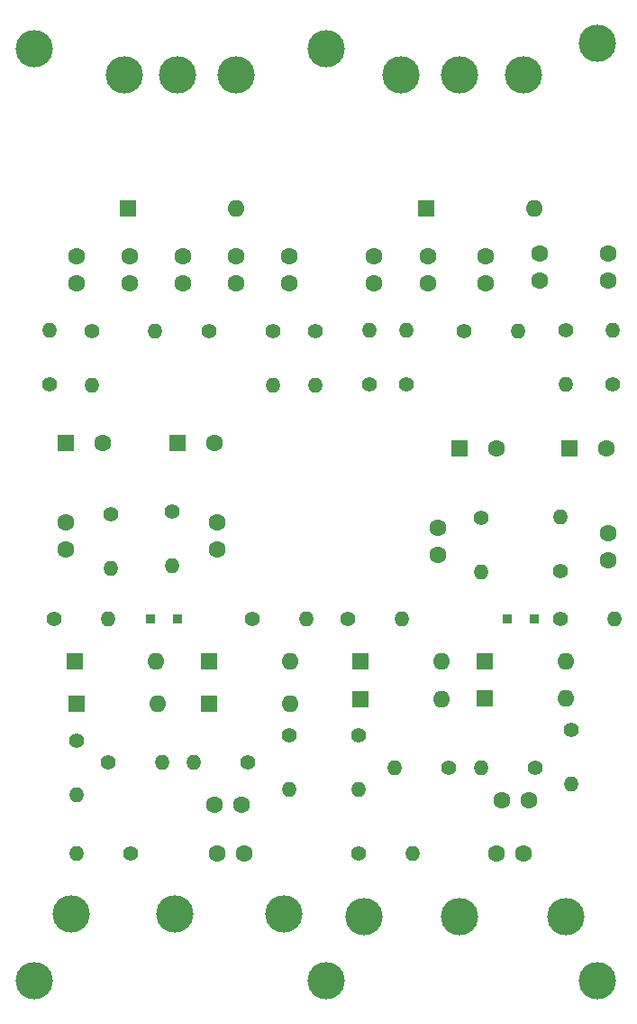
<source format=gbr>
%TF.GenerationSoftware,KiCad,Pcbnew,8.0.5-8.0.5-0~ubuntu24.04.1*%
%TF.CreationDate,2024-09-28T04:38:33+02:00*%
%TF.ProjectId,Highz-stereo,48696768-7a2d-4737-9465-72656f2e6b69,rev?*%
%TF.SameCoordinates,Original*%
%TF.FileFunction,Soldermask,Bot*%
%TF.FilePolarity,Negative*%
%FSLAX46Y46*%
G04 Gerber Fmt 4.6, Leading zero omitted, Abs format (unit mm)*
G04 Created by KiCad (PCBNEW 8.0.5-8.0.5-0~ubuntu24.04.1) date 2024-09-28 04:38:33*
%MOMM*%
%LPD*%
G01*
G04 APERTURE LIST*
%ADD10R,0.850000X0.850000*%
%ADD11C,1.600000*%
%ADD12C,1.400000*%
%ADD13O,1.400000X1.400000*%
%ADD14R,1.600000X1.600000*%
%ADD15O,1.600000X1.600000*%
%ADD16C,3.500000*%
G04 APERTURE END LIST*
D10*
%TO.C,J14*%
X56000000Y-91000000D03*
%TD*%
%TO.C,J13*%
X89500000Y-91000000D03*
%TD*%
D11*
%TO.C,C22*%
X86000000Y-113000000D03*
X88500000Y-113000000D03*
%TD*%
%TO.C,C21*%
X59750000Y-113000000D03*
X62250000Y-113000000D03*
%TD*%
D12*
%TO.C,R28*%
X73000000Y-113000000D03*
D13*
X78080000Y-113000000D03*
%TD*%
D12*
%TO.C,R27*%
X51580000Y-113000000D03*
D13*
X46500000Y-113000000D03*
%TD*%
D12*
%TO.C,R23*%
X65000000Y-64000000D03*
D13*
X65000000Y-69080000D03*
%TD*%
D12*
%TO.C,R1*%
X92500000Y-63960000D03*
D13*
X92500000Y-69040000D03*
%TD*%
D14*
%TO.C,D10*%
X51340000Y-52500000D03*
D15*
X61500000Y-52500000D03*
%TD*%
D14*
%TO.C,D1*%
X79340000Y-52500000D03*
D15*
X89500000Y-52500000D03*
%TD*%
D11*
%TO.C,C1*%
X61500000Y-59500000D03*
X61500000Y-57000000D03*
%TD*%
%TO.C,C2*%
X56500000Y-59500000D03*
X56500000Y-57000000D03*
%TD*%
%TO.C,C3*%
X51500000Y-59500000D03*
X51500000Y-57000000D03*
%TD*%
%TO.C,C4*%
X46500000Y-59500000D03*
X46500000Y-57000000D03*
%TD*%
%TO.C,C5*%
X66500000Y-59500000D03*
X66500000Y-57000000D03*
%TD*%
%TO.C,C8*%
X62000000Y-108500000D03*
X59500000Y-108500000D03*
%TD*%
D14*
%TO.C,D4*%
X46380000Y-95000000D03*
D15*
X54000000Y-95000000D03*
%TD*%
D14*
%TO.C,D5*%
X59000000Y-95000000D03*
D15*
X66620000Y-95000000D03*
%TD*%
D16*
%TO.C,J7*%
X42500000Y-125000000D03*
%TD*%
%TO.C,J8*%
X70000000Y-37500000D03*
%TD*%
%TO.C,J9*%
X42500000Y-37500000D03*
%TD*%
%TO.C,J10*%
X70000000Y-125000000D03*
%TD*%
D12*
%TO.C,R11*%
X49750000Y-81170000D03*
D13*
X49750000Y-86250000D03*
%TD*%
D12*
%TO.C,R5*%
X44000000Y-69000000D03*
D13*
X44000000Y-63920000D03*
%TD*%
D12*
%TO.C,R6*%
X59000000Y-64000000D03*
D13*
X53920000Y-64000000D03*
%TD*%
D12*
%TO.C,R7*%
X48000000Y-64000000D03*
D13*
X48000000Y-69080000D03*
%TD*%
D12*
%TO.C,R2*%
X49460000Y-104500000D03*
D13*
X54540000Y-104500000D03*
%TD*%
D12*
%TO.C,R4*%
X46500000Y-102460000D03*
D13*
X46500000Y-107540000D03*
%TD*%
D12*
%TO.C,R8*%
X69000000Y-64000000D03*
D13*
X69000000Y-69080000D03*
%TD*%
D12*
%TO.C,R9*%
X44420000Y-91000000D03*
D13*
X49500000Y-91000000D03*
%TD*%
D12*
%TO.C,R10*%
X62620000Y-104500000D03*
D13*
X57540000Y-104500000D03*
%TD*%
D14*
%TO.C,D2*%
X46500000Y-99000000D03*
D15*
X54120000Y-99000000D03*
%TD*%
D14*
%TO.C,D3*%
X59000000Y-99000000D03*
D15*
X66620000Y-99000000D03*
%TD*%
D12*
%TO.C,R3*%
X66500000Y-101960000D03*
D13*
X66500000Y-107040000D03*
%TD*%
D12*
%TO.C,R12*%
X63000000Y-91000000D03*
D13*
X68080000Y-91000000D03*
%TD*%
D12*
%TO.C,R13*%
X55500000Y-80920000D03*
D13*
X55500000Y-86000000D03*
%TD*%
D11*
%TO.C,C6*%
X45500000Y-84500000D03*
X45500000Y-82000000D03*
%TD*%
%TO.C,C9*%
X59750000Y-84500000D03*
X59750000Y-82000000D03*
%TD*%
D14*
%TO.C,C7*%
X45500000Y-74500000D03*
D11*
X49000000Y-74500000D03*
%TD*%
D14*
%TO.C,C10*%
X56000000Y-74500000D03*
D11*
X59500000Y-74500000D03*
%TD*%
D16*
%TO.C,J2*%
X66000000Y-118750000D03*
%TD*%
D10*
%TO.C,J3*%
X53500000Y-91000000D03*
%TD*%
D16*
%TO.C,J4*%
X55750000Y-118750000D03*
%TD*%
%TO.C,J5*%
X46000000Y-118750000D03*
%TD*%
D10*
%TO.C,J6*%
X87000000Y-91000000D03*
%TD*%
D12*
%TO.C,R14*%
X93000000Y-101420000D03*
D13*
X93000000Y-106500000D03*
%TD*%
D11*
%TO.C,C19*%
X74500000Y-59500000D03*
X74500000Y-57000000D03*
%TD*%
D16*
%TO.C,J17*%
X73500000Y-119000000D03*
%TD*%
D12*
%TO.C,R20*%
X91960000Y-91000000D03*
D13*
X97040000Y-91000000D03*
%TD*%
D14*
%TO.C,D9*%
X84880000Y-94960000D03*
D15*
X92500000Y-94960000D03*
%TD*%
D12*
%TO.C,R25*%
X74000000Y-69000000D03*
D13*
X74000000Y-63920000D03*
%TD*%
D16*
%TO.C,J12*%
X95500000Y-37000000D03*
%TD*%
D14*
%TO.C,D8*%
X73190000Y-95040000D03*
D15*
X80810000Y-95040000D03*
%TD*%
D16*
%TO.C,J19*%
X82500000Y-40000000D03*
%TD*%
D11*
%TO.C,C18*%
X79500000Y-59500000D03*
X79500000Y-57000000D03*
%TD*%
D16*
%TO.C,J16*%
X82500000Y-119000000D03*
%TD*%
D12*
%TO.C,R26*%
X82960000Y-64000000D03*
D13*
X88040000Y-64000000D03*
%TD*%
D14*
%TO.C,C12*%
X82500000Y-75000000D03*
D11*
X86000000Y-75000000D03*
%TD*%
%TO.C,C20*%
X96500000Y-56750000D03*
X96500000Y-59250000D03*
%TD*%
D16*
%TO.C,J20*%
X88500000Y-40000000D03*
%TD*%
%TO.C,J18*%
X77000000Y-40000000D03*
%TD*%
D14*
%TO.C,C15*%
X92847300Y-75000000D03*
D11*
X96347300Y-75000000D03*
%TD*%
D12*
%TO.C,R16*%
X89580000Y-105000000D03*
D13*
X84500000Y-105000000D03*
%TD*%
D12*
%TO.C,R15*%
X73000000Y-101960000D03*
D13*
X73000000Y-107040000D03*
%TD*%
D12*
%TO.C,R22*%
X77500000Y-69000000D03*
D13*
X77500000Y-63920000D03*
%TD*%
D12*
%TO.C,R24*%
X96902700Y-69000000D03*
D13*
X96902700Y-63920000D03*
%TD*%
D12*
%TO.C,R19*%
X84500000Y-81500000D03*
D13*
X84500000Y-86580000D03*
%TD*%
D11*
%TO.C,C11*%
X86500000Y-108000000D03*
X89000000Y-108000000D03*
%TD*%
D12*
%TO.C,R18*%
X72000000Y-91000000D03*
D13*
X77080000Y-91000000D03*
%TD*%
D16*
%TO.C,J1A1*%
X56000000Y-40000000D03*
%TD*%
D11*
%TO.C,C16*%
X85000000Y-59500000D03*
X85000000Y-57000000D03*
%TD*%
D16*
%TO.C,J6A1*%
X61500000Y-40000000D03*
%TD*%
D11*
%TO.C,C14*%
X80500000Y-85000000D03*
X80500000Y-82500000D03*
%TD*%
D16*
%TO.C,J3A1*%
X51000000Y-40000000D03*
%TD*%
%TO.C,J11*%
X92500000Y-119000000D03*
%TD*%
D11*
%TO.C,C17*%
X96500000Y-85500000D03*
X96500000Y-83000000D03*
%TD*%
D14*
%TO.C,D7*%
X84880000Y-98460000D03*
D15*
X92500000Y-98460000D03*
%TD*%
D14*
%TO.C,D6*%
X73190000Y-98540000D03*
D15*
X80810000Y-98540000D03*
%TD*%
D12*
%TO.C,R21*%
X92000000Y-86540000D03*
D13*
X92000000Y-81460000D03*
%TD*%
D16*
%TO.C,J1*%
X95500000Y-125000000D03*
%TD*%
D11*
%TO.C,C13*%
X90000000Y-59250000D03*
X90000000Y-56750000D03*
%TD*%
D12*
%TO.C,R17*%
X81500000Y-105000000D03*
D13*
X76420000Y-105000000D03*
%TD*%
M02*

</source>
